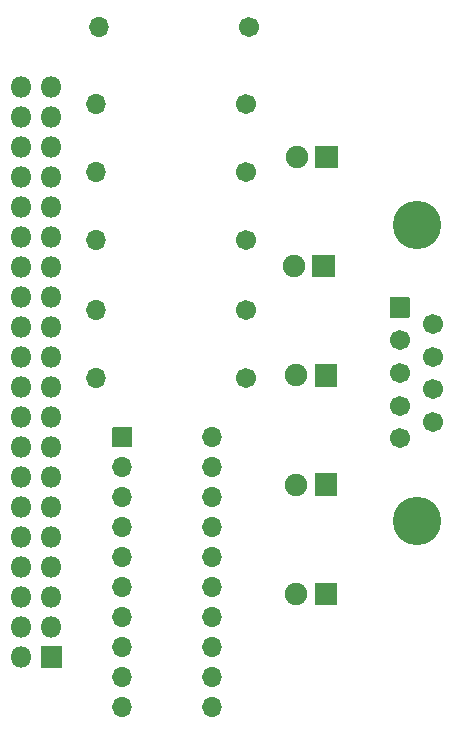
<source format=gbs>
%TF.GenerationSoftware,KiCad,Pcbnew,5.1.9+dfsg1-1*%
%TF.CreationDate,2021-06-27T14:33:47+01:00*%
%TF.ProjectId,sjspi,736a7370-692e-46b6-9963-61645f706362,v0.3*%
%TF.SameCoordinates,Original*%
%TF.FileFunction,Soldermask,Bot*%
%TF.FilePolarity,Negative*%
%FSLAX46Y46*%
G04 Gerber Fmt 4.6, Leading zero omitted, Abs format (unit mm)*
G04 Created by KiCad (PCBNEW 5.1.9+dfsg1-1) date 2021-06-27 14:33:47*
%MOMM*%
%LPD*%
G01*
G04 APERTURE LIST*
%ADD10O,1.701600X1.701600*%
%ADD11C,1.901600*%
%ADD12O,1.801600X1.801600*%
%ADD13C,1.701600*%
%ADD14C,4.101600*%
G04 APERTURE END LIST*
%TO.C,U1*%
G36*
G01*
X140399200Y-103800000D02*
X140399200Y-102200000D01*
G75*
G02*
X140450000Y-102149200I50800J0D01*
G01*
X142050000Y-102149200D01*
G75*
G02*
X142100800Y-102200000I0J-50800D01*
G01*
X142100800Y-103800000D01*
G75*
G02*
X142050000Y-103850800I-50800J0D01*
G01*
X140450000Y-103850800D01*
G75*
G02*
X140399200Y-103800000I0J50800D01*
G01*
G37*
D10*
X148870000Y-125860000D03*
X141250000Y-105540000D03*
X148870000Y-123320000D03*
X141250000Y-108080000D03*
X148870000Y-120780000D03*
X141250000Y-110620000D03*
X148870000Y-118240000D03*
X141250000Y-113160000D03*
X148870000Y-115700000D03*
X141250000Y-115700000D03*
X148870000Y-113160000D03*
X141250000Y-118240000D03*
X148870000Y-110620000D03*
X141250000Y-120780000D03*
X148870000Y-108080000D03*
X141250000Y-123320000D03*
X148870000Y-105540000D03*
X141250000Y-125860000D03*
X148870000Y-103000000D03*
%TD*%
%TO.C,D1*%
G36*
G01*
X159490800Y-78350000D02*
X159490800Y-80150000D01*
G75*
G02*
X159440000Y-80200800I-50800J0D01*
G01*
X157640000Y-80200800D01*
G75*
G02*
X157589200Y-80150000I0J50800D01*
G01*
X157589200Y-78350000D01*
G75*
G02*
X157640000Y-78299200I50800J0D01*
G01*
X159440000Y-78299200D01*
G75*
G02*
X159490800Y-78350000I0J-50800D01*
G01*
G37*
D11*
X156000000Y-79250000D03*
%TD*%
%TO.C,D2*%
X155750000Y-88500000D03*
G36*
G01*
X159240800Y-87600000D02*
X159240800Y-89400000D01*
G75*
G02*
X159190000Y-89450800I-50800J0D01*
G01*
X157390000Y-89450800D01*
G75*
G02*
X157339200Y-89400000I0J50800D01*
G01*
X157339200Y-87600000D01*
G75*
G02*
X157390000Y-87549200I50800J0D01*
G01*
X159190000Y-87549200D01*
G75*
G02*
X159240800Y-87600000I0J-50800D01*
G01*
G37*
%TD*%
%TO.C,D3*%
G36*
G01*
X159450800Y-96850000D02*
X159450800Y-98650000D01*
G75*
G02*
X159400000Y-98700800I-50800J0D01*
G01*
X157600000Y-98700800D01*
G75*
G02*
X157549200Y-98650000I0J50800D01*
G01*
X157549200Y-96850000D01*
G75*
G02*
X157600000Y-96799200I50800J0D01*
G01*
X159400000Y-96799200D01*
G75*
G02*
X159450800Y-96850000I0J-50800D01*
G01*
G37*
X155960000Y-97750000D03*
%TD*%
%TO.C,D4*%
X155960000Y-107000000D03*
G36*
G01*
X159450800Y-106100000D02*
X159450800Y-107900000D01*
G75*
G02*
X159400000Y-107950800I-50800J0D01*
G01*
X157600000Y-107950800D01*
G75*
G02*
X157549200Y-107900000I0J50800D01*
G01*
X157549200Y-106100000D01*
G75*
G02*
X157600000Y-106049200I50800J0D01*
G01*
X159400000Y-106049200D01*
G75*
G02*
X159450800Y-106100000I0J-50800D01*
G01*
G37*
%TD*%
%TO.C,D5*%
G36*
G01*
X159450800Y-115350000D02*
X159450800Y-117150000D01*
G75*
G02*
X159400000Y-117200800I-50800J0D01*
G01*
X157600000Y-117200800D01*
G75*
G02*
X157549200Y-117150000I0J50800D01*
G01*
X157549200Y-115350000D01*
G75*
G02*
X157600000Y-115299200I50800J0D01*
G01*
X159400000Y-115299200D01*
G75*
G02*
X159450800Y-115350000I0J-50800D01*
G01*
G37*
X155960000Y-116250000D03*
%TD*%
%TO.C,J1*%
G36*
G01*
X134349200Y-122430000D02*
X134349200Y-120730000D01*
G75*
G02*
X134400000Y-120679200I50800J0D01*
G01*
X136100000Y-120679200D01*
G75*
G02*
X136150800Y-120730000I0J-50800D01*
G01*
X136150800Y-122430000D01*
G75*
G02*
X136100000Y-122480800I-50800J0D01*
G01*
X134400000Y-122480800D01*
G75*
G02*
X134349200Y-122430000I0J50800D01*
G01*
G37*
D12*
X132710000Y-121580000D03*
X135250000Y-119040000D03*
X132710000Y-119040000D03*
X135250000Y-116500000D03*
X132710000Y-116500000D03*
X135250000Y-113960000D03*
X132710000Y-113960000D03*
X135250000Y-111420000D03*
X132710000Y-111420000D03*
X135250000Y-108880000D03*
X132710000Y-108880000D03*
X135250000Y-106340000D03*
X132710000Y-106340000D03*
X135250000Y-103800000D03*
X132710000Y-103800000D03*
X135250000Y-101260000D03*
X132710000Y-101260000D03*
X135250000Y-98720000D03*
X132710000Y-98720000D03*
X135250000Y-96180000D03*
X132710000Y-96180000D03*
X135250000Y-93640000D03*
X132710000Y-93640000D03*
X135250000Y-91100000D03*
X132710000Y-91100000D03*
X135250000Y-88560000D03*
X132710000Y-88560000D03*
X135250000Y-86020000D03*
X132710000Y-86020000D03*
X135250000Y-83480000D03*
X132710000Y-83480000D03*
X135250000Y-80940000D03*
X132710000Y-80940000D03*
X135250000Y-78400000D03*
X132710000Y-78400000D03*
X135250000Y-75860000D03*
X132710000Y-75860000D03*
X135250000Y-73320000D03*
X132710000Y-73320000D03*
%TD*%
%TO.C,J2*%
G36*
G01*
X165550000Y-92850800D02*
X163950000Y-92850800D01*
G75*
G02*
X163899200Y-92800000I0J50800D01*
G01*
X163899200Y-91200000D01*
G75*
G02*
X163950000Y-91149200I50800J0D01*
G01*
X165550000Y-91149200D01*
G75*
G02*
X165600800Y-91200000I0J-50800D01*
G01*
X165600800Y-92800000D01*
G75*
G02*
X165550000Y-92850800I-50800J0D01*
G01*
G37*
D13*
X164750000Y-94770000D03*
X164750000Y-97540000D03*
X164750000Y-100310000D03*
X164750000Y-103080000D03*
X167590000Y-93385000D03*
X167590000Y-96155000D03*
X167590000Y-98925000D03*
X167590000Y-101695000D03*
D14*
X166170000Y-110040000D03*
X166170000Y-85040000D03*
%TD*%
D13*
%TO.C,R1*%
X151700000Y-74750000D03*
D10*
X139000000Y-74750000D03*
%TD*%
D13*
%TO.C,R2*%
X151700000Y-80500000D03*
D10*
X139000000Y-80500000D03*
%TD*%
%TO.C,R3*%
X139000000Y-86250000D03*
D13*
X151700000Y-86250000D03*
%TD*%
%TO.C,R4*%
X151700000Y-92250000D03*
D10*
X139000000Y-92250000D03*
%TD*%
%TO.C,R5*%
X139000000Y-98000000D03*
D13*
X151700000Y-98000000D03*
%TD*%
%TO.C,R6*%
X151950000Y-68250000D03*
D10*
X139250000Y-68250000D03*
%TD*%
M02*

</source>
